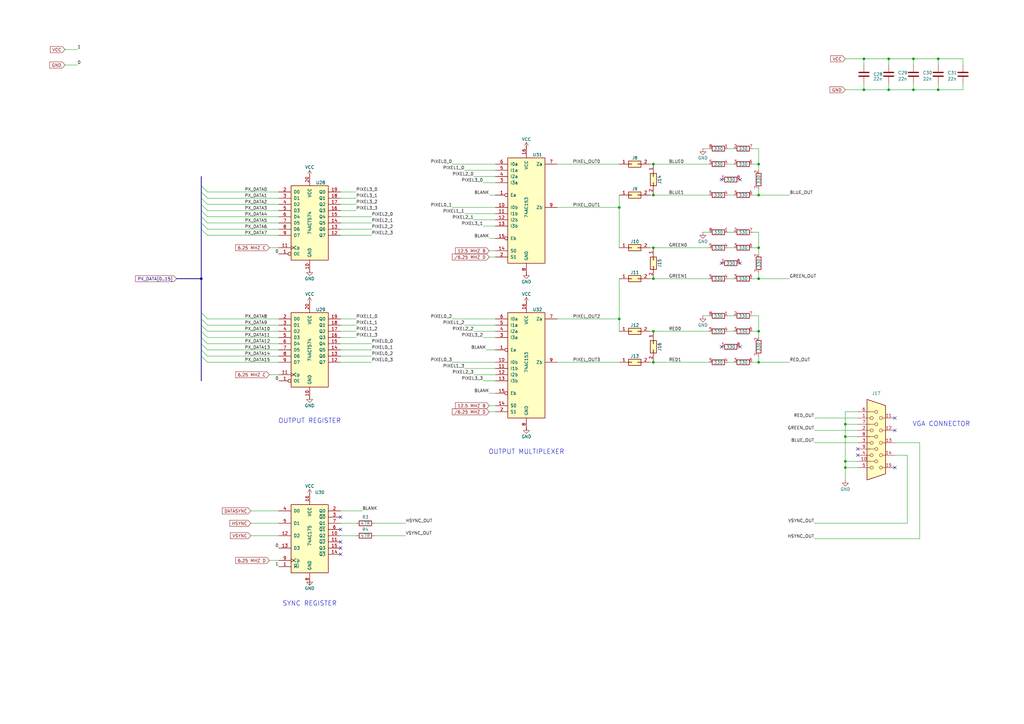
<source format=kicad_sch>
(kicad_sch (version 20231120) (generator "eeschema") (generator_version "8.0")
  (paper "A3")
  (title_block (title "VGA OUTPUT"))
  (lib_symbols
    (symbol "74xx:74HCT574" (pin_names (offset 1.016))
      (property "Reference" "U" (at -7.62 16.51 0))
      (property "Value" "74HCT574" (at -7.62 -16.51 0))
      (symbol "74HCT574_1_0"
        (pin input inverted (at -12.7 -12.7 0) (length 5.08) (name "OE") (number "1"))
        (pin power_in line (at 0 -20.32 90) (length 5.08) (name "GND") (number "10"))
        (pin input clock (at -12.7 -10.16 0) (length 5.08) (name "Cp") (number "11"))
        (pin tri_state line (at 12.7 -5.08 180) (length 5.08) (name "Q7") (number "12"))
        (pin tri_state line (at 12.7 -2.54 180) (length 5.08) (name "Q6") (number "13"))
        (pin tri_state line (at 12.7 0 180) (length 5.08) (name "Q5") (number "14"))
        (pin tri_state line (at 12.7 2.54 180) (length 5.08) (name "Q4") (number "15"))
        (pin tri_state line (at 12.7 5.08 180) (length 5.08) (name "Q3") (number "16"))
        (pin tri_state line (at 12.7 7.62 180) (length 5.08) (name "Q2") (number "17"))
        (pin tri_state line (at 12.7 10.16 180) (length 5.08) (name "Q1") (number "18"))
        (pin tri_state line (at 12.7 12.7 180) (length 5.08) (name "Q0") (number "19"))
        (pin input line (at -12.7 12.7 0) (length 5.08) (name "D0") (number "2"))
        (pin power_in line (at 0 20.32 270) (length 5.08) (name "VCC") (number "20"))
        (pin input line (at -12.7 10.16 0) (length 5.08) (name "D1") (number "3"))
        (pin input line (at -12.7 7.62 0) (length 5.08) (name "D2") (number "4"))
        (pin input line (at -12.7 5.08 0) (length 5.08) (name "D3") (number "5"))
        (pin input line (at -12.7 2.54 0) (length 5.08) (name "D4") (number "6"))
        (pin input line (at -12.7 0 0) (length 5.08) (name "D5") (number "7"))
        (pin input line (at -12.7 -2.54 0) (length 5.08) (name "D6") (number "8"))
        (pin input line (at -12.7 -5.08 0) (length 5.08) (name "D7") (number "9"))
      )
      (symbol "74HCT574_1_1"
        (rectangle (start -7.62 15.24) (end 7.62 -15.24) (stroke (width 0.254)) (fill (type background)))
      )
    )
    (symbol "74xx:74LS153" (pin_names (offset 1.016))
      (property "Reference" "U" (at -7.62 21.59 0))
      (property "Value" "74LS153" (at -7.62 -24.13 0))
      (symbol "74LS153_1_0"
        (pin input inverted (at -12.7 5.08 0) (length 5.08) (name "Ea") (number "1"))
        (pin input line (at -12.7 0 0) (length 5.08) (name "I0b") (number "10"))
        (pin input line (at -12.7 -2.54 0) (length 5.08) (name "I1b") (number "11"))
        (pin input line (at -12.7 -5.08 0) (length 5.08) (name "I2b") (number "12"))
        (pin input line (at -12.7 -7.62 0) (length 5.08) (name "I3b") (number "13"))
        (pin input line (at -12.7 -17.78 0) (length 5.08) (name "S0") (number "14"))
        (pin input inverted (at -12.7 -12.7 0) (length 5.08) (name "Eb") (number "15"))
        (pin power_in line (at 0 25.4 270) (length 5.08) (name "VCC") (number "16"))
        (pin input line (at -12.7 -20.32 0) (length 5.08) (name "S1") (number "2"))
        (pin input line (at -12.7 10.16 0) (length 5.08) (name "I3a") (number "3"))
        (pin input line (at -12.7 12.7 0) (length 5.08) (name "I2a") (number "4"))
        (pin input line (at -12.7 15.24 0) (length 5.08) (name "I1a") (number "5"))
        (pin input line (at -12.7 17.78 0) (length 5.08) (name "I0a") (number "6"))
        (pin output line (at 12.7 17.78 180) (length 5.08) (name "Za") (number "7"))
        (pin power_in line (at 0 -27.94 90) (length 5.08) (name "GND") (number "8"))
        (pin output line (at 12.7 0 180) (length 5.08) (name "Zb") (number "9"))
      )
      (symbol "74LS153_1_1"
        (rectangle (start -7.62 20.32) (end 7.62 -22.86) (stroke (width 0.254)) (fill (type background)))
      )
    )
    (symbol "74xx:74LS175" (pin_names (offset 1.016))
      (property "Reference" "U" (at -7.62 13.97 0))
      (property "Value" "74LS175" (at -7.62 -16.51 0))
      (symbol "74LS175_1_0"
        (pin input line (at -12.7 -12.7 0) (length 5.08) (name "~{Mr}") (number "1"))
        (pin output line (at 12.7 0 180) (length 5.08) (name "Q2") (number "10"))
        (pin output line (at 12.7 -2.54 180) (length 5.08) (name "~{Q2}") (number "11"))
        (pin input line (at -12.7 0 0) (length 5.08) (name "D2") (number "12"))
        (pin input line (at -12.7 -5.08 0) (length 5.08) (name "D3") (number "13"))
        (pin output line (at 12.7 -7.62 180) (length 5.08) (name "~{Q3}") (number "14"))
        (pin output line (at 12.7 -5.08 180) (length 5.08) (name "Q3") (number "15"))
        (pin power_in line (at 0 17.78 270) (length 5.08) (name "VCC") (number "16"))
        (pin output line (at 12.7 10.16 180) (length 5.08) (name "Q0") (number "2"))
        (pin output line (at 12.7 7.62 180) (length 5.08) (name "~{Q0}") (number "3"))
        (pin input line (at -12.7 10.16 0) (length 5.08) (name "D0") (number "4"))
        (pin input line (at -12.7 5.08 0) (length 5.08) (name "D1") (number "5"))
        (pin output line (at 12.7 2.54 180) (length 5.08) (name "~{Q1}") (number "6"))
        (pin output line (at 12.7 5.08 180) (length 5.08) (name "Q1") (number "7"))
        (pin power_in line (at 0 -20.32 90) (length 5.08) (name "GND") (number "8"))
        (pin input clock (at -12.7 -10.16 0) (length 5.08) (name "Cp") (number "9"))
      )
      (symbol "74LS175_1_1"
        (rectangle (start -7.62 12.7) (end 7.62 -15.24) (stroke (width 0.254)) (fill (type background)))
      )
    )
    (symbol "Connector:DE15_Receptacle_HighDensity" (pin_names (offset 1.016) hide)
      (property "Reference" "J" (at 0 21.59 0))
      (property "Value" "DE15_Receptacle_HighDensity" (at 0 19.05 0))
      (symbol "DE15_Receptacle_HighDensity_0_1"
        (circle (center -1.905 -10.16) (radius 0.635))
        (circle (center -1.905 -5.08) (radius 0.635))
        (circle (center -1.905 0) (radius 0.635))
        (circle (center -1.905 5.08) (radius 0.635))
        (circle (center -1.905 10.16) (radius 0.635))
        (circle (center 0 -7.62) (radius 0.635))
        (circle (center 0 -2.54) (radius 0.635))
        (polyline (pts (xy -3.175 7.62) (xy -0.635 7.62)))
        (polyline (pts (xy -0.635 -7.62) (xy -3.175 -7.62)))
        (polyline (pts (xy -0.635 -2.54) (xy -3.175 -2.54)))
        (polyline (pts (xy -0.635 2.54) (xy -3.175 2.54)))
        (polyline (pts (xy -0.635 12.7) (xy -3.175 12.7)))
        (polyline (pts (xy -3.81 17.78) (xy -3.81 -15.24) (xy 3.81 -12.7) (xy 3.81 15.24) (xy -3.81 17.78)) (stroke (width 0.254)) (fill (type background)))
        (circle (center 0 2.54) (radius 0.635))
        (circle (center 0 7.62) (radius 0.635))
        (circle (center 0 12.7) (radius 0.635))
        (circle (center 1.905 -10.16) (radius 0.635))
        (circle (center 1.905 -5.08) (radius 0.635))
        (circle (center 1.905 0) (radius 0.635))
        (circle (center 1.905 5.08) (radius 0.635))
        (circle (center 1.905 10.16) (radius 0.635))
      )
      (symbol "DE15_Receptacle_HighDensity_1_1"
        (pin passive line (at -7.62 10.16 0) (length 5.08) (name "~") (number "1"))
        (pin passive line (at -7.62 -7.62 0) (length 5.08) (name "~") (number "10"))
        (pin passive line (at 7.62 10.16 180) (length 5.08) (name "~") (number "11"))
        (pin passive line (at 7.62 5.08 180) (length 5.08) (name "~") (number "12"))
        (pin passive line (at 7.62 0 180) (length 5.08) (name "~") (number "13"))
        (pin passive line (at 7.62 -5.08 180) (length 5.08) (name "~") (number "14"))
        (pin passive line (at 7.62 -10.16 180) (length 5.08) (name "~") (number "15"))
        (pin passive line (at -7.62 5.08 0) (length 5.08) (name "~") (number "2"))
        (pin passive line (at -7.62 0 0) (length 5.08) (name "~") (number "3"))
        (pin passive line (at -7.62 -5.08 0) (length 5.08) (name "~") (number "4"))
        (pin passive line (at -7.62 -10.16 0) (length 5.08) (name "~") (number "5"))
        (pin passive line (at -7.62 12.7 0) (length 5.08) (name "~") (number "6"))
        (pin passive line (at -7.62 7.62 0) (length 5.08) (name "~") (number "7"))
        (pin passive line (at -7.62 2.54 0) (length 5.08) (name "~") (number "8"))
        (pin passive line (at -7.62 -2.54 0) (length 5.08) (name "~") (number "9"))
      )
    )
    (symbol "Connector_Generic:Conn_02x01" (pin_names (offset 1.016) hide)
      (property "Reference" "J" (at 1.27 2.54 0))
      (property "Value" "Conn_02x01" (at 1.27 -2.54 0))
      (symbol "Conn_02x01_1_1"
        (rectangle (start -1.27 0.127) (end 0 -0.127) (stroke (width 0.1524)))
        (rectangle (start -1.27 1.27) (end 3.81 -1.27) (stroke (width 0.254)) (fill (type background)))
        (rectangle (start 3.81 0.127) (end 2.54 -0.127) (stroke (width 0.1524)))
        (pin passive line (at -5.08 0 0) (length 3.81) (name "Pin_1") (number "1"))
        (pin passive line (at 7.62 0 180) (length 3.81) (name "Pin_2") (number "2"))
      )
    )
    (symbol "Device:C" (pin_numbers hide) (pin_names (offset 0.254))
      (property "Reference" "C" (at 0.635 2.54 0))
      (property "Value" "C" (at 0.635 -2.54 0))
      (symbol "C_0_1"
        (polyline (pts (xy -2.032 -0.762) (xy 2.032 -0.762)) (stroke (width 0.508)))
        (polyline (pts (xy -2.032 0.762) (xy 2.032 0.762)) (stroke (width 0.508)))
      )
      (symbol "C_1_1"
        (pin passive line (at 0 3.81 270) (length 2.794) (name "~") (number "1"))
        (pin passive line (at 0 -3.81 90) (length 2.794) (name "~") (number "2"))
      )
    )
    (symbol "Device:R" (pin_numbers hide) (pin_names (offset 0))
      (property "Reference" "R" (at 2.032 0 90))
      (property "Value" "R" (at 0 0 90))
      (symbol "R_0_1"
        (rectangle (start -1.016 -2.54) (end 1.016 2.54) (stroke (width 0.254)))
      )
      (symbol "R_1_1"
        (pin passive line (at 0 3.81 270) (length 1.27) (name "~") (number "1"))
        (pin passive line (at 0 -3.81 90) (length 1.27) (name "~") (number "2"))
      )
    )
    (symbol "MevaLlibreria:R_Pack04_Split_1" (pin_names (offset 0) hide)
      (property "Reference" "RN" (at 2.032 0 90))
      (property "Value" "R_Pack04_Split" (at 0 0 90))
      (symbol "R_Pack04_Split_1_0_1"
        (rectangle (start -1.016 2.54) (end 1.016 -2.54) (stroke (width 0.254)))
      )
      (symbol "R_Pack04_Split_1_1_1"
        (pin passive line (at 0 -3.81 90) (length 1.27) (name "R1.1") (number "1"))
        (pin passive line (at 0 3.81 270) (length 1.27) (name "R1.2") (number "8"))
      )
      (symbol "R_Pack04_Split_1_2_1"
        (pin passive line (at 0 -3.81 90) (length 1.27) (name "R2.1") (number "2"))
        (pin passive line (at 0 3.81 270) (length 1.27) (name "R2.2") (number "7"))
      )
      (symbol "R_Pack04_Split_1_3_1"
        (pin passive line (at 0 -3.81 90) (length 1.27) (name "R3.1") (number "3"))
        (pin passive line (at 0 3.81 270) (length 1.27) (name "R3.2") (number "6"))
      )
      (symbol "R_Pack04_Split_1_4_1"
        (pin passive line (at 0 -3.81 90) (length 1.27) (name "R4.1") (number "4"))
        (pin passive line (at 0 3.81 270) (length 1.27) (name "R4.2") (number "5"))
      )
    )
    (symbol "power:GND" (power) (pin_numbers hide) (pin_names (offset 0) hide)
      (property "Value" "GND" (at 0 -3.81 0))
      (symbol "GND_0_1"
        (polyline (pts (xy 0 0) (xy 0 -1.27) (xy 1.27 -1.27) (xy 0 -2.54) (xy -1.27 -1.27) (xy 0 -1.27)))
      )
      (symbol "GND_1_1"
        (pin power_in line (at 0 0 270) (length 0) (name "~") (number "1"))
      )
    )
    (symbol "power:VCC" (power) (pin_numbers hide) (pin_names (offset 0) hide)
      (property "Value" "VCC" (at 0 3.556 0))
      (symbol "VCC_0_1"
        (polyline (pts (xy -0.762 1.27) (xy 0 2.54)))
        (polyline (pts (xy 0 0) (xy 0 2.54)))
        (polyline (pts (xy 0 2.54) (xy 0.762 1.27)))
      )
      (symbol "VCC_1_1"
        (pin power_in line (at 0 0 90) (length 0) (name "~") (number "1"))
      )
    )
  )
  (junction (at 311.15 148.59))
  (junction (at 364.49 24.13))
  (junction (at 267.97 67.31))
  (junction (at 346.71 189.23))
  (junction (at 384.81 24.13))
  (junction (at 346.71 179.07))
  (junction (at 384.81 36.83))
  (junction (at 374.65 36.83))
  (junction (at 267.97 148.59))
  (junction (at 311.15 114.3))
  (junction (at 311.15 135.89))
  (junction (at 364.49 36.83))
  (junction (at 311.15 67.31))
  (junction (at 267.97 135.89))
  (junction (at 354.33 24.13))
  (junction (at 267.97 101.6))
  (junction (at 267.97 80.01))
  (junction (at 311.15 101.6))
  (junction (at 267.97 114.3))
  (junction (at 346.71 173.99))
  (junction (at 254 130.81))
  (junction (at 311.15 80.01))
  (junction (at 254 85.09))
  (junction (at 354.33 36.83))
  (junction (at 346.71 191.77))
  (junction (at 374.65 24.13))
  (junction (at 82.55 114.3))
  (no_connect (at 367.03 191.77))
  (no_connect (at 303.53 107.95))
  (no_connect (at 295.91 107.95))
  (no_connect (at 351.79 184.15))
  (no_connect (at 139.7 224.79))
  (no_connect (at 295.91 73.66))
  (no_connect (at 139.7 222.25))
  (no_connect (at 139.7 212.09))
  (no_connect (at 139.7 217.17))
  (no_connect (at 367.03 171.45))
  (no_connect (at 303.53 142.24))
  (no_connect (at 303.53 73.66))
  (no_connect (at 139.7 227.33))
  (no_connect (at 295.91 142.24))
  (no_connect (at 351.79 186.69))
  (no_connect (at 367.03 176.53))
  (bus_entry (at 82.55 91.44) (size 2.54 2.54))
  (bus_entry (at 82.55 135.89) (size 2.54 2.54))
  (bus_entry (at 82.55 140.97) (size 2.54 2.54))
  (bus_entry (at 82.55 78.74) (size 2.54 2.54))
  (bus_entry (at 82.55 128.27) (size 2.54 2.54))
  (bus_entry (at 82.55 93.98) (size 2.54 2.54))
  (bus_entry (at 82.55 83.82) (size 2.54 2.54))
  (bus_entry (at 82.55 146.05) (size 2.54 2.54))
  (bus_entry (at 82.55 88.9) (size 2.54 2.54))
  (bus_entry (at 82.55 86.36) (size 2.54 2.54))
  (bus_entry (at 82.55 138.43) (size 2.54 2.54))
  (bus_entry (at 82.55 130.81) (size 2.54 2.54))
  (bus_entry (at 82.55 143.51) (size 2.54 2.54))
  (bus_entry (at 82.55 76.2) (size 2.54 2.54))
  (bus_entry (at 82.55 81.28) (size 2.54 2.54))
  (bus_entry (at 82.55 133.35) (size 2.54 2.54))
  (wire (pts (xy 166.37 219.71) (xy 153.67 219.71)))
  (wire (pts (xy 308.61 80.01) (xy 311.15 80.01)))
  (wire (pts (xy 311.15 135.89) (xy 311.15 138.43)))
  (wire (pts (xy 346.71 179.07) (xy 346.71 189.23)))
  (wire (pts (xy 311.15 67.31) (xy 311.15 69.85)))
  (wire (pts (xy 85.09 78.74) (xy 114.3 78.74)))
  (wire (pts (xy 364.49 36.83) (xy 364.49 34.29)))
  (wire (pts (xy 372.11 214.63) (xy 372.11 186.69)))
  (wire (pts (xy 308.61 95.25) (xy 311.15 95.25)))
  (wire (pts (xy 384.81 24.13) (xy 384.81 26.67)))
  (bus (pts (xy 82.55 128.27) (xy 82.55 130.81)))
  (wire (pts (xy 200.66 80.01) (xy 203.2 80.01)))
  (wire (pts (xy 364.49 36.83) (xy 374.65 36.83)))
  (wire (pts (xy 267.97 67.31) (xy 290.83 67.31)))
  (bus (pts (xy 82.55 143.51) (xy 82.55 146.05)))
  (wire (pts (xy 267.97 114.3) (xy 290.83 114.3)))
  (bus (pts (xy 82.55 135.89) (xy 82.55 138.43)))
  (wire (pts (xy 334.01 220.98) (xy 377.19 220.98)))
  (bus (pts (xy 82.55 93.98) (xy 82.55 114.3)))
  (wire (pts (xy 85.09 133.35) (xy 114.3 133.35)))
  (wire (pts (xy 384.81 36.83) (xy 384.81 34.29)))
  (wire (pts (xy 203.2 72.39) (xy 194.31 72.39)))
  (bus (pts (xy 82.55 78.74) (xy 82.55 81.28)))
  (wire (pts (xy 127 72.39) (xy 127 71.12)))
  (wire (pts (xy 139.7 135.89) (xy 146.05 135.89)))
  (wire (pts (xy 228.6 148.59) (xy 254 148.59)))
  (wire (pts (xy 139.7 86.36) (xy 146.05 86.36)))
  (wire (pts (xy 127 237.49) (xy 127 240.03)))
  (wire (pts (xy 298.45 129.54) (xy 300.99 129.54)))
  (wire (pts (xy 267.97 101.6) (xy 290.83 101.6)))
  (wire (pts (xy 308.61 135.89) (xy 311.15 135.89)))
  (wire (pts (xy 127 203.2) (xy 127 201.93)))
  (wire (pts (xy 139.7 91.44) (xy 152.4 91.44)))
  (bus (pts (xy 82.55 140.97) (xy 82.55 143.51)))
  (wire (pts (xy 354.33 24.13) (xy 364.49 24.13)))
  (wire (pts (xy 354.33 36.83) (xy 354.33 34.29)))
  (bus (pts (xy 82.55 72.39) (xy 82.55 76.2)))
  (bus (pts (xy 82.55 138.43) (xy 82.55 140.97)))
  (wire (pts (xy 203.2 90.17) (xy 194.31 90.17)))
  (wire (pts (xy 85.09 135.89) (xy 114.3 135.89)))
  (wire (pts (xy 298.45 148.59) (xy 300.99 148.59)))
  (wire (pts (xy 139.7 96.52) (xy 152.4 96.52)))
  (wire (pts (xy 377.19 220.98) (xy 377.19 181.61)))
  (wire (pts (xy 200.66 168.91) (xy 203.2 168.91)))
  (bus (pts (xy 72.39 114.3) (xy 82.55 114.3)))
  (wire (pts (xy 346.71 168.91) (xy 346.71 173.99)))
  (wire (pts (xy 354.33 36.83) (xy 364.49 36.83)))
  (wire (pts (xy 228.6 130.81) (xy 254 130.81)))
  (wire (pts (xy 334.01 214.63) (xy 372.11 214.63)))
  (wire (pts (xy 308.61 129.54) (xy 311.15 129.54)))
  (wire (pts (xy 308.61 101.6) (xy 311.15 101.6)))
  (wire (pts (xy 354.33 24.13) (xy 354.33 26.67)))
  (wire (pts (xy 139.7 138.43) (xy 146.05 138.43)))
  (wire (pts (xy 384.81 36.83) (xy 394.97 36.83)))
  (wire (pts (xy 203.2 138.43) (xy 198.12 138.43)))
  (wire (pts (xy 110.49 153.67) (xy 114.3 153.67)))
  (wire (pts (xy 266.7 114.3) (xy 267.97 114.3)))
  (wire (pts (xy 374.65 36.83) (xy 374.65 34.29)))
  (wire (pts (xy 102.87 219.71) (xy 114.3 219.71)))
  (wire (pts (xy 139.7 78.74) (xy 146.05 78.74)))
  (wire (pts (xy 85.09 86.36) (xy 114.3 86.36)))
  (wire (pts (xy 85.09 146.05) (xy 114.3 146.05)))
  (wire (pts (xy 102.87 214.63) (xy 114.3 214.63)))
  (wire (pts (xy 127 162.56) (xy 127 163.83)))
  (wire (pts (xy 334.01 181.61) (xy 351.79 181.61)))
  (wire (pts (xy 203.2 69.85) (xy 190.5 69.85)))
  (wire (pts (xy 298.45 60.96) (xy 300.99 60.96)))
  (wire (pts (xy 215.9 124.46) (xy 215.9 123.19)))
  (wire (pts (xy 266.7 148.59) (xy 267.97 148.59)))
  (wire (pts (xy 374.65 24.13) (xy 374.65 26.67)))
  (wire (pts (xy 85.09 91.44) (xy 114.3 91.44)))
  (wire (pts (xy 351.79 189.23) (xy 346.71 189.23)))
  (wire (pts (xy 254 80.01) (xy 254 85.09)))
  (wire (pts (xy 85.09 88.9) (xy 114.3 88.9)))
  (wire (pts (xy 200.66 161.29) (xy 203.2 161.29)))
  (wire (pts (xy 85.09 140.97) (xy 114.3 140.97)))
  (wire (pts (xy 394.97 24.13) (xy 394.97 26.67)))
  (wire (pts (xy 254 114.3) (xy 254 130.81)))
  (wire (pts (xy 203.2 92.71) (xy 198.12 92.71)))
  (wire (pts (xy 311.15 146.05) (xy 311.15 148.59)))
  (wire (pts (xy 288.29 95.25) (xy 290.83 95.25)))
  (wire (pts (xy 311.15 95.25) (xy 311.15 101.6)))
  (wire (pts (xy 298.45 67.31) (xy 300.99 67.31)))
  (wire (pts (xy 203.2 156.21) (xy 198.12 156.21)))
  (wire (pts (xy 266.7 135.89) (xy 267.97 135.89)))
  (wire (pts (xy 199.39 143.51) (xy 203.2 143.51)))
  (wire (pts (xy 139.7 93.98) (xy 152.4 93.98)))
  (wire (pts (xy 311.15 111.76) (xy 311.15 114.3)))
  (wire (pts (xy 139.7 88.9) (xy 152.4 88.9)))
  (wire (pts (xy 85.09 148.59) (xy 114.3 148.59)))
  (wire (pts (xy 377.19 181.61) (xy 367.03 181.61)))
  (wire (pts (xy 139.7 146.05) (xy 152.4 146.05)))
  (wire (pts (xy 139.7 140.97) (xy 152.4 140.97)))
  (wire (pts (xy 85.09 130.81) (xy 114.3 130.81)))
  (wire (pts (xy 298.45 135.89) (xy 300.99 135.89)))
  (wire (pts (xy 298.45 80.01) (xy 300.99 80.01)))
  (wire (pts (xy 139.7 83.82) (xy 146.05 83.82)))
  (wire (pts (xy 139.7 148.59) (xy 152.4 148.59)))
  (wire (pts (xy 266.7 67.31) (xy 267.97 67.31)))
  (wire (pts (xy 308.61 114.3) (xy 311.15 114.3)))
  (wire (pts (xy 26.67 26.67) (xy 31.75 26.67)))
  (wire (pts (xy 298.45 95.25) (xy 300.99 95.25)))
  (wire (pts (xy 364.49 24.13) (xy 374.65 24.13)))
  (wire (pts (xy 203.2 153.67) (xy 194.31 153.67)))
  (wire (pts (xy 215.9 111.76) (xy 215.9 113.03)))
  (wire (pts (xy 334.01 176.53) (xy 351.79 176.53)))
  (wire (pts (xy 346.71 191.77) (xy 351.79 191.77)))
  (wire (pts (xy 85.09 143.51) (xy 114.3 143.51)))
  (wire (pts (xy 139.7 133.35) (xy 146.05 133.35)))
  (wire (pts (xy 127 124.46) (xy 127 123.19)))
  (wire (pts (xy 372.11 186.69) (xy 367.03 186.69)))
  (wire (pts (xy 267.97 80.01) (xy 290.83 80.01)))
  (wire (pts (xy 346.71 196.85) (xy 346.71 191.77)))
  (wire (pts (xy 351.79 179.07) (xy 346.71 179.07)))
  (wire (pts (xy 374.65 24.13) (xy 384.81 24.13)))
  (wire (pts (xy 146.05 219.71) (xy 139.7 219.71)))
  (wire (pts (xy 139.7 130.81) (xy 146.05 130.81)))
  (bus (pts (xy 82.55 76.2) (xy 82.55 78.74)))
  (wire (pts (xy 203.2 74.93) (xy 198.12 74.93)))
  (wire (pts (xy 203.2 87.63) (xy 190.5 87.63)))
  (wire (pts (xy 311.15 114.3) (xy 323.85 114.3)))
  (wire (pts (xy 384.81 24.13) (xy 394.97 24.13)))
  (wire (pts (xy 308.61 148.59) (xy 311.15 148.59)))
  (wire (pts (xy 346.71 36.83) (xy 354.33 36.83)))
  (wire (pts (xy 203.2 85.09) (xy 185.42 85.09)))
  (wire (pts (xy 26.67 20.32) (xy 31.75 20.32)))
  (wire (pts (xy 288.29 129.54) (xy 290.83 129.54)))
  (wire (pts (xy 139.7 81.28) (xy 146.05 81.28)))
  (bus (pts (xy 82.55 88.9) (xy 82.55 91.44)))
  (wire (pts (xy 288.29 60.96) (xy 290.83 60.96)))
  (wire (pts (xy 200.66 166.37) (xy 203.2 166.37)))
  (wire (pts (xy 298.45 101.6) (xy 300.99 101.6)))
  (wire (pts (xy 311.15 148.59) (xy 323.85 148.59)))
  (wire (pts (xy 139.7 209.55) (xy 148.59 209.55)))
  (wire (pts (xy 102.87 209.55) (xy 114.3 209.55)))
  (wire (pts (xy 203.2 135.89) (xy 194.31 135.89)))
  (wire (pts (xy 266.7 101.6) (xy 267.97 101.6)))
  (wire (pts (xy 85.09 93.98) (xy 114.3 93.98)))
  (wire (pts (xy 85.09 96.52) (xy 114.3 96.52)))
  (bus (pts (xy 82.55 130.81) (xy 82.55 133.35)))
  (wire (pts (xy 139.7 143.51) (xy 152.4 143.51)))
  (wire (pts (xy 200.66 102.87) (xy 203.2 102.87)))
  (wire (pts (xy 254 85.09) (xy 228.6 85.09)))
  (wire (pts (xy 311.15 60.96) (xy 311.15 67.31)))
  (wire (pts (xy 311.15 80.01) (xy 323.85 80.01)))
  (wire (pts (xy 346.71 189.23) (xy 346.71 191.77)))
  (wire (pts (xy 254 85.09) (xy 254 101.6)))
  (bus (pts (xy 82.55 81.28) (xy 82.55 83.82)))
  (wire (pts (xy 127 110.49) (xy 127 111.76)))
  (bus (pts (xy 82.55 133.35) (xy 82.55 135.89)))
  (wire (pts (xy 346.71 173.99) (xy 351.79 173.99)))
  (wire (pts (xy 311.15 77.47) (xy 311.15 80.01)))
  (wire (pts (xy 254 130.81) (xy 254 135.89)))
  (bus (pts (xy 82.55 114.3) (xy 82.55 128.27)))
  (wire (pts (xy 374.65 36.83) (xy 384.81 36.83)))
  (wire (pts (xy 228.6 67.31) (xy 254 67.31)))
  (wire (pts (xy 351.79 168.91) (xy 346.71 168.91)))
  (wire (pts (xy 203.2 148.59) (xy 185.42 148.59)))
  (wire (pts (xy 308.61 60.96) (xy 311.15 60.96)))
  (bus (pts (xy 82.55 91.44) (xy 82.55 93.98)))
  (wire (pts (xy 308.61 67.31) (xy 311.15 67.31)))
  (wire (pts (xy 215.9 175.26) (xy 215.9 176.53)))
  (wire (pts (xy 200.66 105.41) (xy 203.2 105.41)))
  (wire (pts (xy 203.2 67.31) (xy 185.42 67.31)))
  (wire (pts (xy 110.49 101.6) (xy 114.3 101.6)))
  (wire (pts (xy 394.97 36.83) (xy 394.97 34.29)))
  (wire (pts (xy 85.09 81.28) (xy 114.3 81.28)))
  (wire (pts (xy 166.37 214.63) (xy 153.67 214.63)))
  (wire (pts (xy 200.66 97.79) (xy 203.2 97.79)))
  (wire (pts (xy 146.05 214.63) (xy 139.7 214.63)))
  (bus (pts (xy 82.55 83.82) (xy 82.55 86.36)))
  (wire (pts (xy 298.45 114.3) (xy 300.99 114.3)))
  (wire (pts (xy 311.15 129.54) (xy 311.15 135.89)))
  (wire (pts (xy 203.2 151.13) (xy 190.5 151.13)))
  (wire (pts (xy 110.49 229.87) (xy 114.3 229.87)))
  (wire (pts (xy 203.2 130.81) (xy 185.42 130.81)))
  (wire (pts (xy 334.01 171.45) (xy 351.79 171.45)))
  (wire (pts (xy 85.09 138.43) (xy 114.3 138.43)))
  (wire (pts (xy 266.7 80.01) (xy 267.97 80.01)))
  (bus (pts (xy 82.55 86.36) (xy 82.55 88.9)))
  (bus (pts (xy 82.55 146.05) (xy 82.55 156.21)))
  (wire (pts (xy 267.97 148.59) (xy 290.83 148.59)))
  (wire (pts (xy 346.71 179.07) (xy 346.71 173.99)))
  (wire (pts (xy 215.9 60.96) (xy 215.9 59.69)))
  (wire (pts (xy 85.09 83.82) (xy 114.3 83.82)))
  (wire (pts (xy 311.15 101.6) (xy 311.15 104.14)))
  (wire (pts (xy 364.49 24.13) (xy 364.49 26.67)))
  (wire (pts (xy 346.71 24.13) (xy 354.33 24.13)))
  (wire (pts (xy 267.97 135.89) (xy 290.83 135.89)))
  (wire (pts (xy 203.2 133.35) (xy 190.5 133.35)))
  (text "OUTPUT MULTIPLEXER" (at 215.9 185.42 0) (effects (font (size 1.905 1.905))))
  (text "OUTPUT REGISTER" (at 127 172.72 0) (effects (font (size 1.905 1.905))))
  (text "VGA CONNECTOR" (at 386.08 173.99 0) (effects (font (size 1.905 1.905))))
  (text "SYNC REGISTER" (at 127 247.65 0) (effects (font (size 1.905 1.905))))
  (label "PIXEL3_2" (at 198.12 138.43 180))
  (label "PIXEL1_1" (at 146.05 133.35 0))
  (label "PX_DATA14" (at 100.33 146.05 0))
  (label "RED1" (at 274.32 148.59 0))
  (label "GREEN0" (at 274.32 101.6 0))
  (label "BLUE_OUT" (at 323.85 80.01 0))
  (label "0" (at 114.3 224.79 180))
  (label "PX_DATA5" (at 100.33 91.44 0))
  (label "PX_DATA2" (at 100.33 83.82 0))
  (label "PIXEL0_0" (at 185.42 67.31 180))
  (label "PIXEL2_2" (at 152.4 93.98 0))
  (label "PIXEL2_3" (at 152.4 96.52 0))
  (label "PIXEL1_2" (at 190.5 133.35 180))
  (label "BLUE1" (at 274.32 80.01 0))
  (label "BLUE0" (at 274.32 67.31 0))
  (label "PIXEL1_2" (at 146.05 135.89 0))
  (label "PIXEL0_0" (at 152.4 140.97 0))
  (label "PIXEL0_2" (at 152.4 146.05 0))
  (label "PIXEL2_3" (at 194.31 153.67 180))
  (label "PIXEL0_3" (at 185.42 148.59 180))
  (label "PIXEL_OUT1" (at 234.95 85.09 0))
  (label "PIXEL0_3" (at 152.4 148.59 0))
  (label "PIXEL3_1" (at 198.12 92.71 180))
  (label "GREEN_OUT" (at 334.01 176.53 180))
  (label "1" (at 114.3 232.41 180))
  (label "PIXEL1_0" (at 146.05 130.81 0))
  (label "VSYNC_OUT" (at 334.01 214.63 180))
  (label "PX_DATA1" (at 100.33 81.28 0))
  (label "PX_DATA0" (at 100.33 78.74 0))
  (label "RED0" (at 274.32 135.89 0))
  (label "1" (at 31.75 20.32 0))
  (label "PX_DATA10" (at 100.33 135.89 0))
  (label "RED_OUT" (at 323.85 148.59 0))
  (label "BLANK" (at 200.66 80.01 180))
  (label "PIXEL2_1" (at 194.31 90.17 180))
  (label "PX_DATA4" (at 100.33 88.9 0))
  (label "PX_DATA8" (at 100.33 130.81 0))
  (label "PIXEL0_1" (at 185.42 85.09 180))
  (label "0" (at 31.75 26.67 0))
  (label "PX_DATA15" (at 100.33 148.59 0))
  (label "BLUE_OUT" (at 334.01 181.61 180))
  (label "PIXEL3_0" (at 146.05 78.74 0))
  (label "PIXEL3_0" (at 198.12 74.93 180))
  (label "RED_OUT" (at 334.01 171.45 180))
  (label "0" (at 114.3 156.21 180))
  (label "PIXEL_OUT0" (at 234.95 67.31 0))
  (label "HSYNC_OUT" (at 166.37 214.63 0))
  (label "PX_DATA13" (at 100.33 143.51 0))
  (label "PIXEL0_1" (at 152.4 143.51 0))
  (label "HSYNC_OUT" (at 334.01 220.98 180))
  (label "PIXEL3_2" (at 146.05 83.82 0))
  (label "PX_DATA11" (at 100.33 138.43 0))
  (label "GREEN_OUT" (at 323.85 114.3 0))
  (label "BLANK" (at 148.59 209.55 0))
  (label "BLANK" (at 199.39 143.51 180))
  (label "PIXEL_OUT2" (at 234.95 130.81 0))
  (label "BLANK" (at 200.66 97.79 180))
  (label "PX_DATA12" (at 100.33 140.97 0))
  (label "PX_DATA7" (at 100.33 96.52 0))
  (label "GREEN1" (at 274.32 114.3 0))
  (label "PIXEL2_2" (at 194.31 135.89 180))
  (label "PX_DATA6" (at 100.33 93.98 0))
  (label "PIXEL1_1" (at 190.5 87.63 180))
  (label "0" (at 114.3 104.14 180))
  (label "PIXEL1_0" (at 190.5 69.85 180))
  (label "PIXEL3_3" (at 146.05 86.36 0))
  (label "PIXEL1_3" (at 146.05 138.43 0))
  (label "PIXEL3_3" (at 198.12 156.21 180))
  (label "PX_DATA3" (at 100.33 86.36 0))
  (label "PIXEL1_3" (at 190.5 151.13 180))
  (label "VSYNC_OUT" (at 166.37 219.71 0))
  (label "PIXEL2_0" (at 152.4 88.9 0))
  (label "PX_DATA9" (at 100.33 133.35 0))
  (label "PIXEL2_1" (at 152.4 91.44 0))
  (label "PIXEL_OUT3" (at 234.95 148.59 0))
  (label "BLANK" (at 200.66 161.29 180))
  (label "PIXEL3_1" (at 146.05 81.28 0))
  (label "PIXEL2_0" (at 194.31 72.39 180))
  (label "PIXEL0_2" (at 185.42 130.81 180))
  (global_label "GND" (shape input) (at 346.71 36.83 180) (property "Intersheetrefs" "${INTERSHEET_REFS}" (effects (hide yes))))
  (global_label "VCC" (shape input) (at 346.71 24.13 180) (property "Intersheetrefs" "${INTERSHEET_REFS}" (effects (hide yes))))
  (global_label "{slash}6.25 MHZ D" (shape input) (at 200.66 168.91 180) (property "Intersheetrefs" "${INTERSHEET_REFS}" (effects (hide yes))))
  (global_label "12.5 MHZ B" (shape input) (at 200.66 102.87 180) (property "Intersheetrefs" "${INTERSHEET_REFS}" (effects (hide yes))))
  (global_label "12.5 MHZ B" (shape input) (at 200.66 166.37 180) (property "Intersheetrefs" "${INTERSHEET_REFS}" (effects (hide yes))))
  (global_label "{slash}6.25 MHZ D" (shape input) (at 200.66 105.41 180) (property "Intersheetrefs" "${INTERSHEET_REFS}" (effects (hide yes))))
  (global_label "GND" (shape input) (at 26.67 26.67 180) (property "Intersheetrefs" "${INTERSHEET_REFS}" (effects (hide yes))))
  (global_label "HSYNC" (shape input) (at 102.87 214.63 180) (property "Intersheetrefs" "${INTERSHEET_REFS}" (effects (hide yes))))
  (global_label "VSYNC" (shape input) (at 102.87 219.71 180) (property "Intersheetrefs" "${INTERSHEET_REFS}" (effects (hide yes))))
  (global_label "6.25 MHZ C" (shape input) (at 110.49 101.6 180) (property "Intersheetrefs" "${INTERSHEET_REFS}" (effects (hide yes))))
  (global_label "PX_DATA[0..15]" (shape input) (at 72.39 114.3 180) (property "Intersheetrefs" "${INTERSHEET_REFS}" (effects (hide yes))))
  (global_label "6.25 MHZ D" (shape input) (at 110.49 229.87 180) (property "Intersheetrefs" "${INTERSHEET_REFS}" (effects (hide yes))))
  (global_label "VCC" (shape input) (at 26.67 20.32 180) (property "Intersheetrefs" "${INTERSHEET_REFS}" (effects (hide yes))))
  (global_label "6.25 MHZ C" (shape input) (at 110.49 153.67 180) (property "Intersheetrefs" "${INTERSHEET_REFS}" (effects (hide yes))))
  (global_label "DATASYNC" (shape input) (at 102.87 209.55 180) (property "Intersheetrefs" "${INTERSHEET_REFS}" (effects (hide yes))))
  (symbol (lib_id "MevaLlibreria:R_Pack04_Split_1") (at 304.8 135.89 270) (mirror x) (unit 3)
    (property "Reference" "RN5" (effects (hide yes)))
    (property "Value" "330" (at 304.8 135.89 90))
    (property "Footprint" "Resistor_SMD:R_Array_Convex_4x0603" (effects (hide yes)))
    (property "Description" "4 resistor network, parallel topology, split" (effects (hide yes)))
    (property "LCSC Part #" "C425216" (effects (hide yes)))
  )
  (symbol (lib_id "MevaLlibreria:R_Pack04_Split_1") (at 294.64 114.3 90) (mirror x) (unit 4)
    (property "Reference" "RN4" (effects (hide yes)))
    (property "Value" "330" (at 294.64 114.3 90))
    (property "Footprint" "Resistor_SMD:R_Array_Convex_4x0603" (effects (hide yes)))
    (property "Description" "4 resistor network, parallel topology, split" (effects (hide yes)))
    (property "LCSC Part #" "C425216" (effects (hide yes)))
  )
  (symbol (lib_id "power:GND") (at 288.29 95.25 0) (unit 1)
    (property "Reference" "#PWR073" (effects (hide yes)))
    (property "Value" "GND" (at 288.29 99.06 0))
    (property "Description" "Power symbol creates a global label with name \"GND\" , ground" (effects (hide yes)))
  )
  (symbol (lib_id "74xx:74LS153") (at 215.9 85.09 0) (unit 1)
    (property "Reference" "U31" (at 218.44 63.5 0) (effects (justify left)))
    (property "Value" "74AC153" (at 215.9 85.09 90))
    (property "Footprint" "Package_SO:SOIC-16_3.9x9.9mm_P1.27mm" (effects (hide yes)))
    (property "Datasheet" "http://www.ti.com/lit/gpn/sn74LS153" (effects (hide yes)))
    (property "Description" "Dual Multiplexer 4 to 1" (effects (hide yes)))
  )
  (symbol (lib_id "Device:C") (at 394.97 30.48 0) (unit 1)
    (property "Reference" "C32" (effects (hide yes)))
    (property "Value" "22n" (effects (hide yes)))
    (property "Footprint" "Capacitor_SMD:C_0603_1608Metric_Pad1.08x0.95mm_HandSolder" (effects (hide yes)))
    (property "Description" "Unpolarized capacitor" (effects (hide yes)))
    (property "LCSC Part #" "C277528" (effects (hide yes)))
  )
  (symbol (lib_id "Device:C") (at 354.33 30.48 0) (unit 1)
    (property "Reference" "C28" (at 358.14 30.48 0) (effects (justify left)))
    (property "Value" "22n" (at 358.14 32.385 0) (effects (justify left)))
    (property "Footprint" "Capacitor_SMD:C_0603_1608Metric_Pad1.08x0.95mm_HandSolder" (effects (hide yes)))
    (property "Description" "Unpolarized capacitor" (effects (hide yes)))
    (property "LCSC Part #" "C277528" (effects (hide yes)))
  )
  (symbol (lib_id "74xx:74HCT574") (at 127 91.44 0) (unit 1)
    (property "Reference" "U28" (at 129.54 74.93 0) (effects (justify left)))
    (property "Value" "74ACT574" (at 127 91.44 90))
    (property "Footprint" "Package_SO:SOIC-20W_7.5x12.8mm_P1.27mm" (effects (hide yes)))
    (property "Datasheet" "http://www.ti.com/lit/gpn/sn74HCT574" (effects (hide yes)))
    (property "Description" "8-bit Register, 3-state outputs" (effects (hide yes)))
  )
  (symbol (lib_id "MevaLlibreria:R_Pack04_Split_1") (at 304.8 67.31 270) (mirror x) (unit 3)
    (property "Reference" "RN1" (effects (hide yes)))
    (property "Value" "330" (at 304.8 67.31 90))
    (property "Footprint" "Resistor_SMD:R_Array_Convex_4x0603" (effects (hide yes)))
    (property "Description" "4 resistor network, parallel topology, split" (effects (hide yes)))
    (property "LCSC Part #" "C425216" (effects (hide yes)))
  )
  (symbol (lib_id "power:GND") (at 127 110.49 0) (unit 1)
    (property "Reference" "#PWR063" (effects (hide yes)))
    (property "Value" "GND" (at 127 114.3 0))
    (property "Description" "Power symbol creates a global label with name \"GND\" , ground" (effects (hide yes)))
  )
  (symbol (lib_id "power:VCC") (at 215.9 124.46 0) (unit 1)
    (property "Reference" "#PWR070" (effects (hide yes)))
    (property "Value" "VCC" (at 215.9 120.65 0))
    (property "Description" "Power symbol creates a global label with name \"VCC\"" (effects (hide yes)))
  )
  (symbol (lib_id "MevaLlibreria:R_Pack04_Split_1") (at 304.8 60.96 270) (mirror x) (unit 2)
    (property "Reference" "RN1" (effects (hide yes)))
    (property "Value" "330" (at 304.8 60.96 90))
    (property "Footprint" "Resistor_SMD:R_Array_Convex_4x0603" (effects (hide yes)))
    (property "Description" "4 resistor network, parallel topology, split" (effects (hide yes)))
    (property "LCSC Part #" "C425216" (effects (hide yes)))
  )
  (symbol (lib_id "power:GND") (at 215.9 111.76 0) (unit 1)
    (property "Reference" "#PWR069" (effects (hide yes)))
    (property "Value" "GND" (at 215.9 115.57 0))
    (property "Description" "Power symbol creates a global label with name \"GND\" , ground" (effects (hide yes)))
  )
  (symbol (lib_id "MevaLlibreria:R_Pack04_Split_1") (at 299.72 107.95 270) (mirror x) (unit 1)
    (property "Reference" "RN4" (effects (hide yes)))
    (property "Value" "330" (at 299.72 107.95 90))
    (property "Footprint" "Resistor_SMD:R_Array_Convex_4x0603" (effects (hide yes)))
    (property "Description" "4 resistor network, parallel topology, split" (effects (hide yes)))
    (property "LCSC Part #" "C425216" (effects (hide yes)))
  )
  (symbol (lib_id "MevaLlibreria:R_Pack04_Split_1") (at 294.64 67.31 90) (mirror x) (unit 4)
    (property "Reference" "RN1" (effects (hide yes)))
    (property "Value" "330" (at 294.64 67.31 90))
    (property "Footprint" "Resistor_SMD:R_Array_Convex_4x0603" (effects (hide yes)))
    (property "Description" "4 resistor network, parallel topology, split" (effects (hide yes)))
    (property "LCSC Part #" "C425216" (effects (hide yes)))
  )
  (symbol (lib_id "MevaLlibreria:R_Pack04_Split_1") (at 304.8 148.59 270) (mirror x) (unit 3)
    (property "Reference" "RN6" (effects (hide yes)))
    (property "Value" "330" (at 304.8 148.59 90))
    (property "Footprint" "Resistor_SMD:R_Array_Convex_4x0603" (effects (hide yes)))
    (property "Description" "4 resistor network, parallel topology, split" (effects (hide yes)))
    (property "LCSC Part #" "C425216" (effects (hide yes)))
  )
  (symbol (lib_id "power:GND") (at 346.71 196.85 0) (unit 1)
    (property "Reference" "#PWR075" (effects (hide yes)))
    (property "Value" "GND" (at 346.71 200.66 0))
    (property "Description" "Power symbol creates a global label with name \"GND\" , ground" (effects (hide yes)))
  )
  (symbol (lib_id "MevaLlibreria:R_Pack04_Split_1") (at 294.64 95.25 90) (mirror x) (unit 1)
    (property "Reference" "RN3" (effects (hide yes)))
    (property "Value" "330" (at 294.64 95.25 90))
    (property "Footprint" "Resistor_SMD:R_Array_Convex_4x0603" (effects (hide yes)))
    (property "Description" "4 resistor network, parallel topology, split" (effects (hide yes)))
    (property "LCSC Part #" "C425216" (effects (hide yes)))
  )
  (symbol (lib_id "74xx:74LS175") (at 127 219.71 0) (unit 1)
    (property "Reference" "U30" (at 129.1941 201.93 0) (effects (justify left)))
    (property "Value" "74AC175" (at 127 219.71 90))
    (property "Footprint" "Package_SO:SOIC-16_3.9x9.9mm_P1.27mm" (effects (hide yes)))
    (property "Datasheet" "http://www.ti.com/lit/gpn/sn74LS175" (effects (hide yes)))
    (property "Description" "4-bit D Flip-Flop, reset" (effects (hide yes)))
  )
  (symbol (lib_id "Connector:DE15_Receptacle_HighDensity") (at 359.41 181.61 0) (unit 1)
    (property "Reference" "J17" (at 359.41 161.29 0))
    (property "Value" "DE15_Receptacle_HighDensity" (effects (hide yes)))
    (property "Footprint" "Connector_Dsub:DSUB-15-HD_Female_Horizontal_P2.29x1.98mm_EdgePinOffset8.35mm_Housed_MountingHolesOffset10.89mm" (effects (hide yes)))
    (property "Datasheet" " ~" (effects (hide yes)))
    (property "Description" "15-pin female receptacle socket D-SUB connector, High density (3 columns), Triple Row, Generic, VGA-connector" (effects (hide yes)))
  )
  (symbol (lib_id "MevaLlibreria:R_Pack04_Split_1") (at 294.64 80.01 90) (mirror x) (unit 4)
    (property "Reference" "RN2" (effects (hide yes)))
    (property "Value" "330" (at 294.64 80.01 90))
    (property "Footprint" "Resistor_SMD:R_Array_Convex_4x0603" (effects (hide yes)))
    (property "Description" "4 resistor network, parallel topology, split" (effects (hide yes)))
    (property "LCSC Part #" "C425216" (effects (hide yes)))
  )
  (symbol (lib_id "Device:C") (at 384.81 30.48 0) (unit 1)
    (property "Reference" "C31" (at 388.62 29.845 0) (effects (justify left)))
    (property "Value" "22n" (at 388.62 32.385 0) (effects (justify left)))
    (property "Footprint" "Capacitor_SMD:C_0603_1608Metric_Pad1.08x0.95mm_HandSolder" (effects (hide yes)))
    (property "Description" "Unpolarized capacitor" (effects (hide yes)))
    (property "LCSC Part #" "C277528" (effects (hide yes)))
  )
  (symbol (lib_id "power:GND") (at 288.29 60.96 0) (unit 1)
    (property "Reference" "#PWR072" (effects (hide yes)))
    (property "Value" "GND" (at 288.29 64.77 0))
    (property "Description" "Power symbol creates a global label with name \"GND\" , ground" (effects (hide yes)))
  )
  (symbol (lib_id "MevaLlibreria:R_Pack04_Split_1") (at 304.8 129.54 270) (mirror x) (unit 2)
    (property "Reference" "RN5" (effects (hide yes)))
    (property "Value" "330" (at 304.8 129.54 90))
    (property "Footprint" "Resistor_SMD:R_Array_Convex_4x0603" (effects (hide yes)))
    (property "Description" "4 resistor network, parallel topology, split" (effects (hide yes)))
    (property "LCSC Part #" "C425216" (effects (hide yes)))
  )
  (symbol (lib_id "Connector_Generic:Conn_02x01") (at 267.97 72.39 90) (mirror x) (unit 1)
    (property "Reference" "J14" (at 270.51 73.66 0))
    (property "Value" "Conn_02x01" (effects (hide yes)))
    (property "Footprint" "Connector_PinHeader_2.54mm:PinHeader_2x01_P2.54mm_Vertical" (effects (hide yes)))
    (property "Description" "Generic connector, double row, 02x01, this symbol is compatible with counter-clockwise, top-bottom and odd-even numbering schemes., script generated (kicad-library-utils/schlib/autogen/connector/)" (effects (hide yes)))
  )
  (symbol (lib_id "MevaLlibreria:R_Pack04_Split_1") (at 304.8 80.01 270) (mirror x) (unit 3)
    (property "Reference" "RN2" (effects (hide yes)))
    (property "Value" "330" (at 304.8 80.01 90))
    (property "Footprint" "Resistor_SMD:R_Array_Convex_4x0603" (effects (hide yes)))
    (property "Description" "4 resistor network, parallel topology, split" (effects (hide yes)))
    (property "LCSC Part #" "C425216" (effects (hide yes)))
  )
  (symbol (lib_id "Connector_Generic:Conn_02x01") (at 259.08 135.89 0) (mirror x) (unit 1)
    (property "Reference" "J12" (at 260.35 133.35 0))
    (property "Value" "Conn_02x01" (effects (hide yes)))
    (property "Footprint" "Connector_PinHeader_2.54mm:PinHeader_2x01_P2.54mm_Vertical" (effects (hide yes)))
    (property "Description" "Generic connector, double row, 02x01, this symbol is compatible with counter-clockwise, top-bottom and odd-even numbering schemes., script generated (kicad-library-utils/schlib/autogen/connector/)" (effects (hide yes)))
  )
  (symbol (lib_id "Device:R") (at 149.86 214.63 90) (unit 1)
    (property "Reference" "R3" (at 149.86 212.09 90))
    (property "Value" "47R" (at 149.86 214.63 90))
    (property "Footprint" "MevaLlibreriaFootprint:Meu-R_0603_1608Metric_Pad0.98x0.95mm_HandSolder" (effects (hide yes)))
    (property "Description" "Resistor" (effects (hide yes)))
  )
  (symbol (lib_id "MevaLlibreria:R_Pack04_Split_1") (at 294.64 60.96 90) (mirror x) (unit 1)
    (property "Reference" "RN1" (effects (hide yes)))
    (property "Value" "330" (at 294.64 60.96 90))
    (property "Footprint" "Resistor_SMD:R_Array_Convex_4x0603" (effects (hide yes)))
    (property "Description" "4 resistor network, parallel topology, split" (effects (hide yes)))
    (property "LCSC Part #" "C425216" (effects (hide yes)))
  )
  (symbol (lib_id "Connector_Generic:Conn_02x01") (at 259.08 101.6 0) (mirror x) (unit 1)
    (property "Reference" "J10" (at 260.35 99.06 0))
    (property "Value" "Conn_02x01" (effects (hide yes)))
    (property "Footprint" "Connector_PinHeader_2.54mm:PinHeader_2x01_P2.54mm_Vertical" (effects (hide yes)))
    (property "Description" "Generic connector, double row, 02x01, this symbol is compatible with counter-clockwise, top-bottom and odd-even numbering schemes., script generated (kicad-library-utils/schlib/autogen/connector/)" (effects (hide yes)))
  )
  (symbol (lib_id "power:VCC") (at 127 203.2 0) (unit 1)
    (property "Reference" "#PWR066" (effects (hide yes)))
    (property "Value" "VCC" (at 127 199.39 0))
    (property "Description" "Power symbol creates a global label with name \"VCC\"" (effects (hide yes)))
  )
  (symbol (lib_id "power:GND") (at 215.9 175.26 0) (unit 1)
    (property "Reference" "#PWR071" (effects (hide yes)))
    (property "Value" "GND" (at 215.9 179.07 0))
    (property "Description" "Power symbol creates a global label with name \"GND\" , ground" (effects (hide yes)))
  )
  (symbol (lib_id "power:VCC") (at 215.9 60.96 0) (unit 1)
    (property "Reference" "#PWR068" (effects (hide yes)))
    (property "Value" "VCC" (at 215.9 57.15 0))
    (property "Description" "Power symbol creates a global label with name \"VCC\"" (effects (hide yes)))
  )
  (symbol (lib_id "power:VCC") (at 127 124.46 0) (unit 1)
    (property "Reference" "#PWR064" (effects (hide yes)))
    (property "Value" "VCC" (at 127 120.65 0))
    (property "Description" "Power symbol creates a global label with name \"VCC\"" (effects (hide yes)))
  )
  (symbol (lib_id "MevaLlibreria:R_Pack04_Split_1") (at 294.64 148.59 90) (mirror x) (unit 4)
    (property "Reference" "RN6" (effects (hide yes)))
    (property "Value" "330" (at 294.64 148.59 90))
    (property "Footprint" "Resistor_SMD:R_Array_Convex_4x0603" (effects (hide yes)))
    (property "Description" "4 resistor network, parallel topology, split" (effects (hide yes)))
    (property "LCSC Part #" "C425216" (effects (hide yes)))
  )
  (symbol (lib_id "Connector_Generic:Conn_02x01") (at 259.08 67.31 0) (mirror x) (unit 1)
    (property "Reference" "J8" (at 260.35 64.77 0))
    (property "Value" "Conn_02x01" (effects (hide yes)))
    (property "Footprint" "Connector_PinHeader_2.54mm:PinHeader_2x01_P2.54mm_Vertical" (effects (hide yes)))
    (property "Description" "Generic connector, double row, 02x01, this symbol is compatible with counter-clockwise, top-bottom and odd-even numbering schemes., script generated (kicad-library-utils/schlib/autogen/connector/)" (effects (hide yes)))
  )
  (symbol (lib_id "Device:C") (at 364.49 30.48 0) (unit 1)
    (property "Reference" "C29" (at 368.3 29.845 0) (effects (justify left)))
    (property "Value" "22n" (at 368.3 32.385 0) (effects (justify left)))
    (property "Footprint" "Capacitor_SMD:C_0603_1608Metric_Pad1.08x0.95mm_HandSolder" (effects (hide yes)))
    (property "Description" "Unpolarized capacitor" (effects (hide yes)))
    (property "LCSC Part #" "C277528" (effects (hide yes)))
  )
  (symbol (lib_id "MevaLlibreria:R_Pack04_Split_1") (at 299.72 142.24 270) (mirror x) (unit 1)
    (property "Reference" "RN6" (effects (hide yes)))
    (property "Value" "330" (at 299.72 142.24 90))
    (property "Footprint" "Resistor_SMD:R_Array_Convex_4x0603" (effects (hide yes)))
    (property "Description" "4 resistor network, parallel topology, split" (effects (hide yes)))
    (property "LCSC Part #" "C425216" (effects (hide yes)))
  )
  (symbol (lib_id "Connector_Generic:Conn_02x01") (at 259.08 80.01 0) (mirror x) (unit 1)
    (property "Reference" "J9" (at 260.35 77.47 0))
    (property "Value" "Conn_02x01" (effects (hide yes)))
    (property "Footprint" "Connector_PinHeader_2.54mm:PinHeader_2x01_P2.54mm_Vertical" (effects (hide yes)))
    (property "Description" "Generic connector, double row, 02x01, this symbol is compatible with counter-clockwise, top-bottom and odd-even numbering schemes., script generated (kicad-library-utils/schlib/autogen/connector/)" (effects (hide yes)))
  )
  (symbol (lib_id "power:GND") (at 127 237.49 0) (unit 1)
    (property "Reference" "#PWR067" (effects (hide yes)))
    (property "Value" "GND" (at 127 241.3 0))
    (property "Description" "Power symbol creates a global label with name \"GND\" , ground" (effects (hide yes)))
  )
  (symbol (lib_id "Device:R") (at 149.86 219.71 90) (unit 1)
    (property "Reference" "R4" (at 149.86 217.17 90))
    (property "Value" "47R" (at 149.86 219.71 90))
    (property "Footprint" "MevaLlibreriaFootprint:Meu-R_0603_1608Metric_Pad0.98x0.95mm_HandSolder" (effects (hide yes)))
    (property "Description" "Resistor" (effects (hide yes)))
  )
  (symbol (lib_id "power:GND") (at 288.29 129.54 0) (unit 1)
    (property "Reference" "#PWR074" (effects (hide yes)))
    (property "Value" "GND" (at 288.29 133.35 0))
    (property "Description" "Power symbol creates a global label with name \"GND\" , ground" (effects (hide yes)))
  )
  (symbol (lib_id "MevaLlibreria:R_Pack04_Split_1") (at 311.15 73.66 0) (mirror x) (unit 2)
    (property "Reference" "RN2" (effects (hide yes)))
    (property "Value" "330" (at 311.15 73.66 90))
    (property "Footprint" "Resistor_SMD:R_Array_Convex_4x0603" (effects (hide yes)))
    (property "Description" "4 resistor network, parallel topology, split" (effects (hide yes)))
    (property "LCSC Part #" "C425216" (effects (hide yes)))
  )
  (symbol (lib_id "74xx:74HCT574") (at 127 143.51 0) (unit 1)
    (property "Reference" "U29" (at 129.54 127 0) (effects (justify left)))
    (property "Value" "74ACT574" (at 127 143.51 90))
    (property "Footprint" "Package_SO:SOIC-20W_7.5x12.8mm_P1.27mm" (effects (hide yes)))
    (property "Datasheet" "http://www.ti.com/lit/gpn/sn74HCT574" (effects (hide yes)))
    (property "Description" "8-bit Register, 3-state outputs" (effects (hide yes)))
  )
  (symbol (lib_id "MevaLlibreria:R_Pack04_Split_1") (at 304.8 95.25 270) (mirror x) (unit 2)
    (property "Reference" "RN3" (effects (hide yes)))
    (property "Value" "330" (at 304.8 95.25 90))
    (property "Footprint" "Resistor_SMD:R_Array_Convex_4x0603" (effects (hide yes)))
    (property "Description" "4 resistor network, parallel topology, split" (effects (hide yes)))
    (property "LCSC Part #" "C425216" (effects (hide yes)))
  )
  (symbol (lib_id "Connector_Generic:Conn_02x01") (at 267.97 140.97 90) (mirror x) (unit 1)
    (property "Reference" "J16" (at 270.51 142.24 0))
    (property "Value" "Conn_02x01" (effects (hide yes)))
    (property "Footprint" "Connector_PinHeader_2.54mm:PinHeader_2x01_P2.54mm_Vertical" (effects (hide yes)))
    (property "Description" "Generic connector, double row, 02x01, this symbol is compatible with counter-clockwise, top-bottom and odd-even numbering schemes., script generated (kicad-library-utils/schlib/autogen/connector/)" (effects (hide yes)))
  )
  (symbol (lib_id "MevaLlibreria:R_Pack04_Split_1") (at 294.64 135.89 90) (mirror x) (unit 4)
    (property "Reference" "RN5" (effects (hide yes)))
    (property "Value" "330" (at 294.64 135.89 90))
    (property "Footprint" "Resistor_SMD:R_Array_Convex_4x0603" (effects (hide yes)))
    (property "Description" "4 resistor network, parallel topology, split" (effects (hide yes)))
    (property "LCSC Part #" "C425216" (effects (hide yes)))
  )
  (symbol (lib_id "MevaLlibreria:R_Pack04_Split_1") (at 299.72 73.66 270) (mirror x) (unit 1)
    (property "Reference" "RN2" (effects (hide yes)))
    (property "Value" "330" (at 299.72 73.66 90))
    (property "Footprint" "Resistor_SMD:R_Array_Convex_4x0603" (effects (hide yes)))
    (property "Description" "4 resistor network, parallel topology, split" (effects (hide yes)))
    (property "LCSC Part #" "C425216" (effects (hide yes)))
  )
  (symbol (lib_id "74xx:74LS153") (at 215.9 148.59 0) (unit 1)
    (property "Reference" "U32" (at 218.44 127 0) (effects (justify left)))
    (property "Value" "74AC153" (at 215.9 148.59 90))
    (property "Footprint" "Package_SO:SOIC-16_3.9x9.9mm_P1.27mm" (effects (hide yes)))
    (property "Datasheet" "http://www.ti.com/lit/gpn/sn74LS153" (effects (hide yes)))
    (property "Description" "Dual Multiplexer 4 to 1" (effects (hide yes)))
  )
  (symbol (lib_id "MevaLlibreria:R_Pack04_Split_1") (at 304.8 101.6 270) (mirror x) (unit 3)
    (property "Reference" "RN3" (effects (hide yes)))
    (property "Value" "330" (at 304.8 101.6 90))
    (property "Footprint" "Resistor_SMD:R_Array_Convex_4x0603" (effects (hide yes)))
    (property "Description" "4 resistor network, parallel topology, split" (effects (hide yes)))
    (property "LCSC Part #" "C425216" (effects (hide yes)))
  )
  (symbol (lib_id "power:GND") (at 127 162.56 0) (unit 1)
    (property "Reference" "#PWR065" (effects (hide yes)))
    (property "Value" "GND" (at 127 166.37 0))
    (property "Description" "Power symbol creates a global label with name \"GND\" , ground" (effects (hide yes)))
  )
  (symbol (lib_id "MevaLlibreria:R_Pack04_Split_1") (at 304.8 114.3 270) (mirror x) (unit 3)
    (property "Reference" "RN4" (effects (hide yes)))
    (property "Value" "330" (at 304.8 114.3 90))
    (property "Footprint" "Resistor_SMD:R_Array_Convex_4x0603" (effects (hide yes)))
    (property "Description" "4 resistor network, parallel topology, split" (effects (hide yes)))
    (property "LCSC Part #" "C425216" (effects (hide yes)))
  )
  (symbol (lib_id "Connector_Generic:Conn_02x01") (at 259.08 148.59 0) (mirror x) (unit 1)
    (property "Reference" "J13" (at 260.35 146.05 0))
    (property "Value" "Conn_02x01" (effects (hide yes)))
    (property "Footprint" "Connector_PinHeader_2.54mm:PinHeader_2x01_P2.54mm_Vertical" (effects (hide yes)))
    (property "Description" "Generic connector, double row, 02x01, this symbol is compatible with counter-clockwise, top-bottom and odd-even numbering schemes., script generated (kicad-library-utils/schlib/autogen/connector/)" (effects (hide yes)))
  )
  (symbol (lib_id "Connector_Generic:Conn_02x01") (at 267.97 106.68 90) (mirror x) (unit 1)
    (property "Reference" "J15" (at 270.51 107.95 0))
    (property "Value" "Conn_02x01" (effects (hide yes)))
    (property "Footprint" "Connector_PinHeader_2.54mm:PinHeader_2x01_P2.54mm_Vertical" (effects (hide yes)))
    (property "Description" "Generic connector, double row, 02x01, this symbol is compatible with counter-clockwise, top-bottom and odd-even numbering schemes., script generated (kicad-library-utils/schlib/autogen/connector/)" (effects (hide yes)))
  )
  (symbol (lib_id "Device:C") (at 374.65 30.48 0) (unit 1)
    (property "Reference" "C30" (at 378.46 29.845 0) (effects (justify left)))
    (property "Value" "22n" (at 378.46 32.385 0) (effects (justify left)))
    (property "Footprint" "Capacitor_SMD:C_0603_1608Metric_Pad1.08x0.95mm_HandSolder" (effects (hide yes)))
    (property "Description" "Unpolarized capacitor" (effects (hide yes)))
    (property "LCSC Part #" "C277528" (effects (hide yes)))
  )
  (symbol (lib_id "Connector_Generic:Conn_02x01") (at 259.08 114.3 0) (mirror x) (unit 1)
    (property "Reference" "J11" (at 260.35 111.76 0))
    (property "Value" "Conn_02x01" (effects (hide yes)))
    (property "Footprint" "Connector_PinHeader_2.54mm:PinHeader_2x01_P2.54mm_Vertical" (effects (hide yes)))
    (property "Description" "Generic connector, double row, 02x01, this symbol is compatible with counter-clockwise, top-bottom and odd-even numbering schemes., script generated (kicad-library-utils/schlib/autogen/connector/)" (effects (hide yes)))
  )
  (symbol (lib_id "MevaLlibreria:R_Pack04_Split_1") (at 294.64 129.54 90) (mirror x) (unit 1)
    (property "Reference" "RN5" (effects (hide yes)))
    (property "Value" "330" (at 294.64 129.54 90))
    (property "Footprint" "Resistor_SMD:R_Array_Convex_4x0603" (effects (hide yes)))
    (property "Description" "4 resistor network, parallel topology, split" (effects (hide yes)))
    (property "LCSC Part #" "C425216" (effects (hide yes)))
  )
  (symbol (lib_id "MevaLlibreria:R_Pack04_Split_1") (at 311.15 107.95 0) (mirror x) (unit 2)
    (property "Reference" "RN4" (effects (hide yes)))
    (property "Value" "330" (at 311.15 107.95 90))
    (property "Footprint" "Resistor_SMD:R_Array_Convex_4x0603" (effects (hide yes)))
    (property "Description" "4 resistor network, parallel topology, split" (effects (hide yes)))
    (property "LCSC Part #" "C425216" (effects (hide yes)))
  )
  (symbol (lib_id "MevaLlibreria:R_Pack04_Split_1") (at 294.64 101.6 90) (mirror x) (unit 4)
    (property "Reference" "RN3" (effects (hide yes)))
    (property "Value" "330" (at 294.64 101.6 90))
    (property "Footprint" "Resistor_SMD:R_Array_Convex_4x0603" (effects (hide yes)))
    (property "Description" "4 resistor network, parallel topology, split" (effects (hide yes)))
    (property "LCSC Part #" "C425216" (effects (hide yes)))
  )
  (symbol (lib_id "power:VCC") (at 127 72.39 0) (unit 1)
    (property "Reference" "#PWR062" (effects (hide yes)))
    (property "Value" "VCC" (at 127 68.58 0))
    (property "Description" "Power symbol creates a global label with name \"VCC\"" (effects (hide yes)))
  )
  (symbol (lib_id "MevaLlibreria:R_Pack04_Split_1") (at 311.15 142.24 0) (mirror x) (unit 2)
    (property "Reference" "RN6" (effects (hide yes)))
    (property "Value" "330" (at 311.15 142.24 90))
    (property "Footprint" "Resistor_SMD:R_Array_Convex_4x0603" (effects (hide yes)))
    (property "Description" "4 resistor network, parallel topology, split" (effects (hide yes)))
    (property "LCSC Part #" "C425216" (effects (hide yes)))
  )
)
</source>
